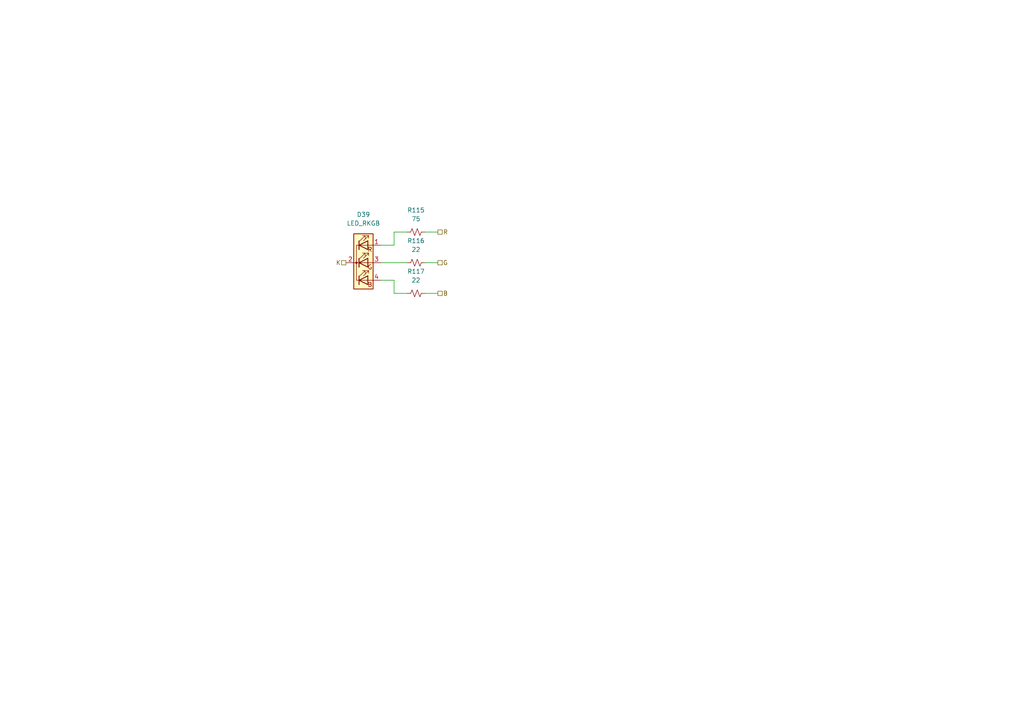
<source format=kicad_sch>
(kicad_sch (version 20250114) (generator "eeschema") (generator_version "9.0")
  (paper "A4")
  (lib_symbols
    (symbol "Device:LED_RKGB" (pin_names (offset 0) (hide yes))
      (property "Reference" "D" (at 0 9.398 0))
      (property "Value" "LED_RKGB" (at 0 -8.89 0))
      (symbol "LED_RKGB_0_0"
        (text "R" (at 1.905 3.81 0) (effects (font (size 1.27 1.27))))
        (text "G" (at 1.905 -1.27 0) (effects (font (size 1.27 1.27))))
        (text "B" (at 1.905 -6.35 0) (effects (font (size 1.27 1.27))))
      )
      (symbol "LED_RKGB_0_1"
        (circle (center -2.032 0) (radius 0.254) (fill (type outline)))
        (polyline (pts (xy -1.27 6.35) (xy -1.27 3.81)) (stroke (width 0.254)))
        (polyline (pts (xy -1.27 6.35) (xy -1.27 3.81) (xy -1.27 3.81)))
        (polyline (pts (xy -1.27 5.08) (xy 1.27 5.08)))
        (polyline (pts (xy -1.27 5.08) (xy -2.032 5.08) (xy -2.032 -5.08) (xy -1.016 -5.08)))
        (polyline (pts (xy -1.27 1.27) (xy -1.27 -1.27)) (stroke (width 0.254)))
        (polyline (pts (xy -1.27 1.27) (xy -1.27 -1.27) (xy -1.27 -1.27)))
        (polyline (pts (xy -1.27 0) (xy -2.54 0)))
        (polyline (pts (xy -1.27 -3.81) (xy -1.27 -6.35)) (stroke (width 0.254)))
        (polyline (pts (xy -1.27 -5.08) (xy 1.27 -5.08)))
        (polyline (pts (xy -1.016 6.35) (xy 0.508 7.874) (xy -0.254 7.874) (xy 0.508 7.874) (xy 0.508 7.112)))
        (polyline (pts (xy -1.016 1.27) (xy 0.508 2.794) (xy -0.254 2.794) (xy 0.508 2.794) (xy 0.508 2.032)))
        (polyline (pts (xy -1.016 -3.81) (xy 0.508 -2.286) (xy -0.254 -2.286) (xy 0.508 -2.286) (xy 0.508 -3.048)))
        (polyline (pts (xy 0 6.35) (xy 1.524 7.874) (xy 0.762 7.874) (xy 1.524 7.874) (xy 1.524 7.112)))
        (polyline (pts (xy 0 1.27) (xy 1.524 2.794) (xy 0.762 2.794) (xy 1.524 2.794) (xy 1.524 2.032)))
        (polyline (pts (xy 0 -3.81) (xy 1.524 -2.286) (xy 0.762 -2.286) (xy 1.524 -2.286) (xy 1.524 -3.048)))
        (polyline (pts (xy 1.27 6.35) (xy 1.27 3.81) (xy -1.27 5.08) (xy 1.27 6.35)) (stroke (width 0.254)))
        (rectangle (start 1.27 6.35) (end 1.27 6.35))
        (polyline (pts (xy 1.27 5.08) (xy 2.54 5.08)))
        (rectangle (start 1.27 3.81) (end 1.27 6.35))
        (polyline (pts (xy 1.27 1.27) (xy 1.27 -1.27) (xy -1.27 0) (xy 1.27 1.27)) (stroke (width 0.254)))
        (rectangle (start 1.27 1.27) (end 1.27 1.27))
        (polyline (pts (xy 1.27 0) (xy -1.27 0)))
        (polyline (pts (xy 1.27 0) (xy 2.54 0)))
        (rectangle (start 1.27 -1.27) (end 1.27 1.27))
        (polyline (pts (xy 1.27 -3.81) (xy 1.27 -6.35) (xy -1.27 -5.08) (xy 1.27 -3.81)) (stroke (width 0.254)))
        (polyline (pts (xy 1.27 -5.08) (xy 2.54 -5.08)))
        (rectangle (start 2.794 8.382) (end -2.794 -7.62) (stroke (width 0.254)) (fill (type background)))
      )
      (symbol "LED_RKGB_1_1"
        (pin passive line (at -5.08 0 0) (length 2.54) (name "K") (number "2"))
        (pin passive line (at 5.08 5.08 180) (length 2.54) (name "RA") (number "1"))
        (pin passive line (at 5.08 0 180) (length 2.54) (name "GA") (number "3"))
        (pin passive line (at 5.08 -5.08 180) (length 2.54) (name "BA") (number "4"))
      )
    )
    (symbol "Device:R_Small_US" (pin_numbers (hide yes)) (pin_names (offset 0.254) (hide yes))
      (property "Reference" "R" (at 0.762 0.508 0))
      (property "Value" "R_Small_US" (at 0.762 -1.016 0))
      (symbol "R_Small_US_1_1"
        (polyline (pts (xy 0 1.524) (xy 1.016 1.143) (xy 0 0.762) (xy -1.016 0.381) (xy 0 0)))
        (polyline (pts (xy 0 0) (xy 1.016 -0.381) (xy 0 -0.762) (xy -1.016 -1.143) (xy 0 -1.524)))
        (pin passive line (at 0 2.54 270) (length 1.016) (name "~") (number "1"))
        (pin passive line (at 0 -2.54 90) (length 1.016) (name "~") (number "2"))
      )
    )
  )
  (wire (pts (xy 123.19 85.09) (xy 127 85.09)))
  (wire (pts (xy 123.19 76.2) (xy 127 76.2)))
  (wire (pts (xy 110.49 76.2) (xy 118.11 76.2)))
  (wire (pts (xy 114.3 85.09) (xy 118.11 85.09)))
  (wire (pts (xy 123.19 67.31) (xy 127 67.31)))
  (wire (pts (xy 110.49 81.28) (xy 114.3 81.28)))
  (wire (pts (xy 110.49 71.12) (xy 114.3 71.12)))
  (wire (pts (xy 114.3 71.12) (xy 114.3 67.31)))
  (wire (pts (xy 114.3 81.28) (xy 114.3 85.09)))
  (wire (pts (xy 114.3 67.31) (xy 118.11 67.31)))
  (hierarchical_label "B" (shape passive) (at 127 85.09 0))
  (hierarchical_label "K" (shape passive) (at 100.33 76.2 180))
  (hierarchical_label "R" (shape passive) (at 127 67.31 0))
  (hierarchical_label "G" (shape passive) (at 127 76.2 0))
  (symbol (lib_id "Device:LED_RKGB") (at 105.41 76.2 0) (unit 1) (in_bom no)
    (property "Reference" "D1" (at 105.41 62.23 0))
    (property "Value" "LED_RKGB" (at 105.41 64.77 0))
    (property "Footprint" "LED_THT:LED_D5.0mm-4_RGB" (effects (hide yes)))
    (property "Description" "RGB LED, red/cathode/green/blue" (effects (hide yes)))
    (instances (project "LED matrix" (path "" (reference "D39") (unit 1)) (path "" (reference "D27") (unit 1)) (path "" (reference "D31") (unit 1)) (path "" (reference "D4") (unit 1)) (path "" (reference "D61") (unit 1)) (path "" (reference "D7") (unit 1)) (path "" (reference "D62") (unit 1)) (path "" (reference "D40") (unit 1)) (path "" (reference "D13") (unit 1)) (path "" (reference "D6") (unit 1)) (path "" (reference "D35") (unit 1)) (path "" (reference "D51") (unit 1)) (path "" (reference "D44") (unit 1)) (path "" (reference "D20") (unit 1)) (path "" (reference "D49") (unit 1)) (path "" (reference "D38") (unit 1)) (path "" (reference "D46") (unit 1)) (path "" (reference "D52") (unit 1)) (path "" (reference "D10") (unit 1)) (path "" (reference "D64") (unit 1)) (path "" (reference "D14") (unit 1)) (path "" (reference "D28") (unit 1)) (path "" (reference "D41") (unit 1)) (path "" (reference "D12") (unit 1)) (path "" (reference "D59") (unit 1)) (path "" (reference "D25") (unit 1)) (path "" (reference "D58") (unit 1)) (path "" (reference "D16") (unit 1)) (path "" (reference "D26") (unit 1)) (path "" (reference "D23") (unit 1)) (path "" (reference "D29") (unit 1)) (path "" (reference "D42") (unit 1)) (path "" (reference "D2") (unit 1)) (path "" (reference "D56") (unit 1)) (path "" (reference "D18") (unit 1)) (path "" (reference "D21") (unit 1)) (path "" (reference "D36") (unit 1)) (path "" (reference "D53") (unit 1)) (path "" (reference "D47") (unit 1)) (path "" (reference "D60") (unit 1)) (path "" (reference "D48") (unit 1)) (path "" (reference "D37") (unit 1)) (path "" (reference "D30") (unit 1)) (path "" (reference "D54") (unit 1)) (path "" (reference "D8") (unit 1)) (path "" (reference "D17") (unit 1)) (path "" (reference "D15") (unit 1)) (path "" (reference "D5") (unit 1)) (path "" (reference "D43") (unit 1)) (path "" (reference "D32") (unit 1)) (path "" (reference "D55") (unit 1)) (path "" (reference "D33") (unit 1)) (path "" (reference "D57") (unit 1)) (path "" (reference "D11") (unit 1)) (path "" (reference "D3") (unit 1)) (path "" (reference "D9") (unit 1)) (path "" (reference "D63") (unit 1)) (path "" (reference "D19") (unit 1)) (path "" (reference "D22") (unit 1)) (path "" (reference "D1") (unit 1)) (path "" (reference "D50") (unit 1)) (path "" (reference "D24") (unit 1)) (path "" (reference "D34") (unit 1)) (path "" (reference "D45") (unit 1))))
  )
  (symbol (lib_id "Device:R_Small_US") (at 120.65 76.2 90) (unit 1)
    (property "Reference" "R2" (at 120.65 69.85 90))
    (property "Value" "22" (at 120.65 72.39 90))
    (property "Footprint" "Resistor_SMD:R_0402_1005Metric" (effects (hide yes)))
    (property "Description" "Resistor, small US symbol" (effects (hide yes)))
    (property "LCSC" "C25092" (effects (hide yes)))
    (instances (project "LED matrix" (path "" (reference "R116") (unit 1)) (path "" (reference "R80") (unit 1)) (path "" (reference "R92") (unit 1)) (path "" (reference "R11") (unit 1)) (path "" (reference "R182") (unit 1)) (path "" (reference "R20") (unit 1)) (path "" (reference "R185") (unit 1)) (path "" (reference "R119") (unit 1)) (path "" (reference "R38") (unit 1)) (path "" (reference "R17") (unit 1)) (path "" (reference "R104") (unit 1)) (path "" (reference "R152") (unit 1)) (path "" (reference "R131") (unit 1)) (path "" (reference "R59") (unit 1)) (path "" (reference "R146") (unit 1)) (path "" (reference "R113") (unit 1)) (path "" (reference "R137") (unit 1)) (path "" (reference "R155") (unit 1)) (path "" (reference "R29") (unit 1)) (path "" (reference "R191") (unit 1)) (path "" (reference "R41") (unit 1)) (path "" (reference "R83") (unit 1)) (path "" (reference "R122") (unit 1)) (path "" (reference "R35") (unit 1)) (path "" (reference "R176") (unit 1)) (path "" (reference "R74") (unit 1)) (path "" (reference "R173") (unit 1)) (path "" (reference "R47") (unit 1)) (path "" (reference "R77") (unit 1)) (path "" (reference "R68") (unit 1)) (path "" (reference "R86") (unit 1)) (path "" (reference "R125") (unit 1)) (path "" (reference "R5") (unit 1)) (path "" (reference "R167") (unit 1)) (path "" (reference "R53") (unit 1)) (path "" (reference "R62") (unit 1)) (path "" (reference "R107") (unit 1)) (path "" (reference "R158") (unit 1)) (path "" (reference "R140") (unit 1)) (path "" (reference "R179") (unit 1)) (path "" (reference "R143") (unit 1)) (path "" (reference "R110") (unit 1)) (path "" (reference "R89") (unit 1)) (path "" (reference "R161") (unit 1)) (path "" (reference "R23") (unit 1)) (path "" (reference "R50") (unit 1)) (path "" (reference "R44") (unit 1)) (path "" (reference "R14") (unit 1)) (path "" (reference "R128") (unit 1)) (path "" (reference "R95") (unit 1)) (path "" (reference "R164") (unit 1)) (path "" (reference "R98") (unit 1)) (path "" (reference "R170") (unit 1)) (path "" (reference "R32") (unit 1)) (path "" (reference "R8") (unit 1)) (path "" (reference "R26") (unit 1)) (path "" (reference "R188") (unit 1)) (path "" (reference "R56") (unit 1)) (path "" (reference "R65") (unit 1)) (path "" (reference "R2") (unit 1)) (path "" (reference "R149") (unit 1)) (path "" (reference "R71") (unit 1)) (path "" (reference "R101") (unit 1)) (path "" (reference "R134") (unit 1))))
  )
  (symbol (lib_id "Device:R_Small_US") (at 120.65 85.09 90) (unit 1)
    (property "Reference" "R3" (at 120.65 78.74 90))
    (property "Value" "22" (at 120.65 81.28 90))
    (property "Footprint" "Resistor_SMD:R_0402_1005Metric" (effects (hide yes)))
    (property "Description" "Resistor, small US symbol" (effects (hide yes)))
    (property "LCSC" "C25092" (effects (hide yes)))
    (instances (project "LED matrix" (path "" (reference "R117") (unit 1)) (path "" (reference "R81") (unit 1)) (path "" (reference "R93") (unit 1)) (path "" (reference "R12") (unit 1)) (path "" (reference "R183") (unit 1)) (path "" (reference "R21") (unit 1)) (path "" (reference "R186") (unit 1)) (path "" (reference "R120") (unit 1)) (path "" (reference "R39") (unit 1)) (path "" (reference "R18") (unit 1)) (path "" (reference "R105") (unit 1)) (path "" (reference "R153") (unit 1)) (path "" (reference "R132") (unit 1)) (path "" (reference "R60") (unit 1)) (path "" (reference "R147") (unit 1)) (path "" (reference "R114") (unit 1)) (path "" (reference "R138") (unit 1)) (path "" (reference "R156") (unit 1)) (path "" (reference "R30") (unit 1)) (path "" (reference "R192") (unit 1)) (path "" (reference "R42") (unit 1)) (path "" (reference "R84") (unit 1)) (path "" (reference "R123") (unit 1)) (path "" (reference "R36") (unit 1)) (path "" (reference "R177") (unit 1)) (path "" (reference "R75") (unit 1)) (path "" (reference "R174") (unit 1)) (path "" (reference "R48") (unit 1)) (path "" (reference "R78") (unit 1)) (path "" (reference "R69") (unit 1)) (path "" (reference "R87") (unit 1)) (path "" (reference "R126") (unit 1)) (path "" (reference "R6") (unit 1)) (path "" (reference "R168") (unit 1)) (path "" (reference "R54") (unit 1)) (path "" (reference "R63") (unit 1)) (path "" (reference "R108") (unit 1)) (path "" (reference "R159") (unit 1)) (path "" (reference "R141") (unit 1)) (path "" (reference "R180") (unit 1)) (path "" (reference "R144") (unit 1)) (path "" (reference "R111") (unit 1)) (path "" (reference "R90") (unit 1)) (path "" (reference "R162") (unit 1)) (path "" (reference "R24") (unit 1)) (path "" (reference "R51") (unit 1)) (path "" (reference "R45") (unit 1)) (path "" (reference "R15") (unit 1)) (path "" (reference "R129") (unit 1)) (path "" (reference "R96") (unit 1)) (path "" (reference "R165") (unit 1)) (path "" (reference "R99") (unit 1)) (path "" (reference "R171") (unit 1)) (path "" (reference "R33") (unit 1)) (path "" (reference "R9") (unit 1)) (path "" (reference "R27") (unit 1)) (path "" (reference "R189") (unit 1)) (path "" (reference "R57") (unit 1)) (path "" (reference "R66") (unit 1)) (path "" (reference "R3") (unit 1)) (path "" (reference "R150") (unit 1)) (path "" (reference "R72") (unit 1)) (path "" (reference "R102") (unit 1)) (path "" (reference "R135") (unit 1))))
  )
  (symbol (lib_id "Device:R_Small_US") (at 120.65 67.31 90) (unit 1)
    (property "Reference" "R1" (at 120.65 60.96 90))
    (property "Value" "75" (at 120.65 63.5 90))
    (property "Footprint" "Resistor_SMD:R_0402_1005Metric" (effects (hide yes)))
    (property "Description" "Resistor, small US symbol" (effects (hide yes)))
    (property "LCSC" "C25133" (effects (hide yes)))
    (instances (project "LED matrix" (path "" (reference "R115") (unit 1)) (path "" (reference "R79") (unit 1)) (path "" (reference "R91") (unit 1)) (path "" (reference "R10") (unit 1)) (path "" (reference "R181") (unit 1)) (path "" (reference "R19") (unit 1)) (path "" (reference "R184") (unit 1)) (path "" (reference "R118") (unit 1)) (path "" (reference "R37") (unit 1)) (path "" (reference "R16") (unit 1)) (path "" (reference "R103") (unit 1)) (path "" (reference "R151") (unit 1)) (path "" (reference "R130") (unit 1)) (path "" (reference "R58") (unit 1)) (path "" (reference "R145") (unit 1)) (path "" (reference "R112") (unit 1)) (path "" (reference "R136") (unit 1)) (path "" (reference "R154") (unit 1)) (path "" (reference "R28") (unit 1)) (path "" (reference "R190") (unit 1)) (path "" (reference "R40") (unit 1)) (path "" (reference "R82") (unit 1)) (path "" (reference "R121") (unit 1)) (path "" (reference "R34") (unit 1)) (path "" (reference "R175") (unit 1)) (path "" (reference "R73") (unit 1)) (path "" (reference "R172") (unit 1)) (path "" (reference "R46") (unit 1)) (path "" (reference "R76") (unit 1)) (path "" (reference "R67") (unit 1)) (path "" (reference "R85") (unit 1)) (path "" (reference "R124") (unit 1)) (path "" (reference "R4") (unit 1)) (path "" (reference "R166") (unit 1)) (path "" (reference "R52") (unit 1)) (path "" (reference "R61") (unit 1)) (path "" (reference "R106") (unit 1)) (path "" (reference "R157") (unit 1)) (path "" (reference "R139") (unit 1)) (path "" (reference "R178") (unit 1)) (path "" (reference "R142") (unit 1)) (path "" (reference "R109") (unit 1)) (path "" (reference "R88") (unit 1)) (path "" (reference "R160") (unit 1)) (path "" (reference "R22") (unit 1)) (path "" (reference "R49") (unit 1)) (path "" (reference "R43") (unit 1)) (path "" (reference "R13") (unit 1)) (path "" (reference "R127") (unit 1)) (path "" (reference "R94") (unit 1)) (path "" (reference "R163") (unit 1)) (path "" (reference "R97") (unit 1)) (path "" (reference "R169") (unit 1)) (path "" (reference "R31") (unit 1)) (path "" (reference "R7") (unit 1)) (path "" (reference "R25") (unit 1)) (path "" (reference "R187") (unit 1)) (path "" (reference "R55") (unit 1)) (path "" (reference "R64") (unit 1)) (path "" (reference "R1") (unit 1)) (path "" (reference "R148") (unit 1)) (path "" (reference "R70") (unit 1)) (path "" (reference "R100") (unit 1)) (path "" (reference "R133") (unit 1))))
  )
)
</source>
